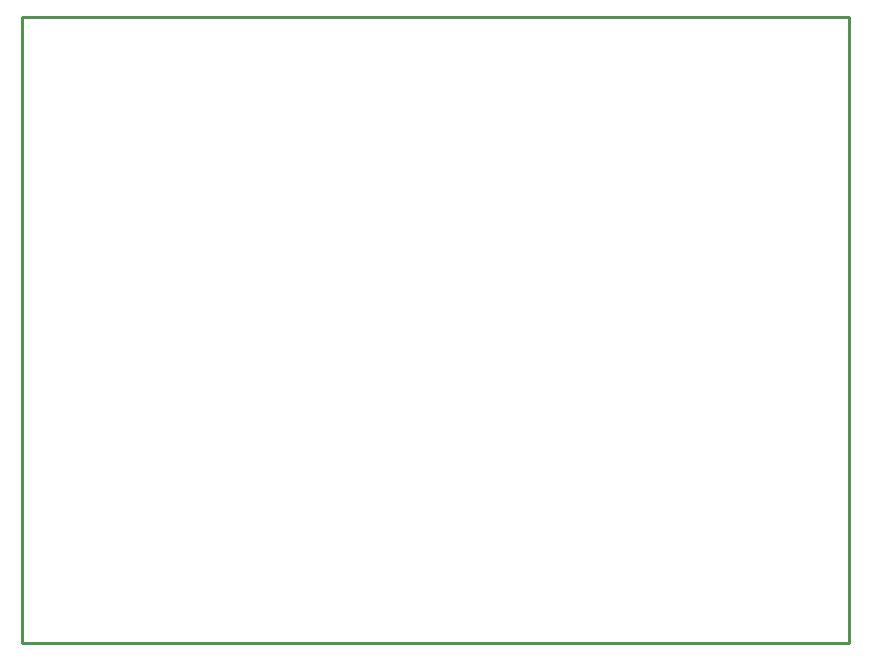
<source format=gko>
G04*
G04 #@! TF.GenerationSoftware,Altium Limited,Altium Designer,23.4.1 (23)*
G04*
G04 Layer_Color=16711935*
%FSLAX42Y42*%
%MOMM*%
G71*
G04*
G04 #@! TF.SameCoordinates,1A2849D8-77FB-4551-9540-3E4ADE2B4543*
G04*
G04*
G04 #@! TF.FilePolarity,Positive*
G04*
G01*
G75*
%ADD10C,0.25*%
D10*
X0Y0D02*
Y5300D01*
X7000D01*
Y0D02*
Y5300D01*
X0Y0D02*
X7000D01*
M02*

</source>
